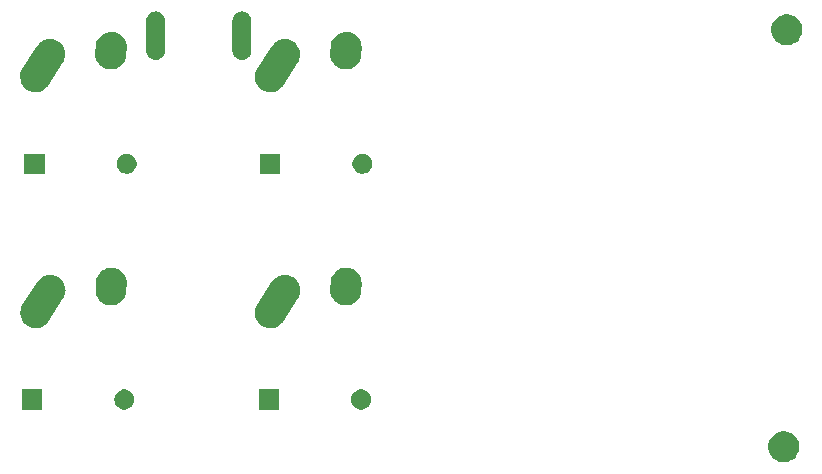
<source format=gts>
G04 #@! TF.GenerationSoftware,KiCad,Pcbnew,(5.1.5)-3*
G04 #@! TF.CreationDate,2020-04-12T12:06:53+02:00*
G04 #@! TF.ProjectId,4Keys,344b6579-732e-46b6-9963-61645f706362,rev?*
G04 #@! TF.SameCoordinates,Original*
G04 #@! TF.FileFunction,Soldermask,Top*
G04 #@! TF.FilePolarity,Negative*
%FSLAX46Y46*%
G04 Gerber Fmt 4.6, Leading zero omitted, Abs format (unit mm)*
G04 Created by KiCad (PCBNEW (5.1.5)-3) date 2020-04-12 12:06:53*
%MOMM*%
%LPD*%
G04 APERTURE LIST*
%ADD10C,0.100000*%
G04 APERTURE END LIST*
D10*
G36*
X171321487Y-82060996D02*
G01*
X171558253Y-82159068D01*
X171558255Y-82159069D01*
X171771339Y-82301447D01*
X171952553Y-82482661D01*
X172094932Y-82695747D01*
X172193004Y-82932513D01*
X172243000Y-83183861D01*
X172243000Y-83440139D01*
X172193004Y-83691487D01*
X172094932Y-83928253D01*
X172094931Y-83928255D01*
X171952553Y-84141339D01*
X171771339Y-84322553D01*
X171558255Y-84464931D01*
X171558254Y-84464932D01*
X171558253Y-84464932D01*
X171321487Y-84563004D01*
X171070139Y-84613000D01*
X170813861Y-84613000D01*
X170562513Y-84563004D01*
X170325747Y-84464932D01*
X170325746Y-84464932D01*
X170325745Y-84464931D01*
X170112661Y-84322553D01*
X169931447Y-84141339D01*
X169789069Y-83928255D01*
X169789068Y-83928253D01*
X169690996Y-83691487D01*
X169641000Y-83440139D01*
X169641000Y-83183861D01*
X169690996Y-82932513D01*
X169789068Y-82695747D01*
X169931447Y-82482661D01*
X170112661Y-82301447D01*
X170325745Y-82159069D01*
X170325747Y-82159068D01*
X170562513Y-82060996D01*
X170813861Y-82011000D01*
X171070139Y-82011000D01*
X171321487Y-82060996D01*
G37*
G36*
X135398228Y-78494203D02*
G01*
X135553100Y-78558353D01*
X135692481Y-78651485D01*
X135811015Y-78770019D01*
X135904147Y-78909400D01*
X135968297Y-79064272D01*
X136001000Y-79228684D01*
X136001000Y-79396316D01*
X135968297Y-79560728D01*
X135904147Y-79715600D01*
X135811015Y-79854981D01*
X135692481Y-79973515D01*
X135553100Y-80066647D01*
X135398228Y-80130797D01*
X135233816Y-80163500D01*
X135066184Y-80163500D01*
X134901772Y-80130797D01*
X134746900Y-80066647D01*
X134607519Y-79973515D01*
X134488985Y-79854981D01*
X134395853Y-79715600D01*
X134331703Y-79560728D01*
X134299000Y-79396316D01*
X134299000Y-79228684D01*
X134331703Y-79064272D01*
X134395853Y-78909400D01*
X134488985Y-78770019D01*
X134607519Y-78651485D01*
X134746900Y-78558353D01*
X134901772Y-78494203D01*
X135066184Y-78461500D01*
X135233816Y-78461500D01*
X135398228Y-78494203D01*
G37*
G36*
X128201000Y-80163500D02*
G01*
X126499000Y-80163500D01*
X126499000Y-78461500D01*
X128201000Y-78461500D01*
X128201000Y-80163500D01*
G37*
G36*
X115354478Y-78494203D02*
G01*
X115509350Y-78558353D01*
X115648731Y-78651485D01*
X115767265Y-78770019D01*
X115860397Y-78909400D01*
X115924547Y-79064272D01*
X115957250Y-79228684D01*
X115957250Y-79396316D01*
X115924547Y-79560728D01*
X115860397Y-79715600D01*
X115767265Y-79854981D01*
X115648731Y-79973515D01*
X115509350Y-80066647D01*
X115354478Y-80130797D01*
X115190066Y-80163500D01*
X115022434Y-80163500D01*
X114858022Y-80130797D01*
X114703150Y-80066647D01*
X114563769Y-79973515D01*
X114445235Y-79854981D01*
X114352103Y-79715600D01*
X114287953Y-79560728D01*
X114255250Y-79396316D01*
X114255250Y-79228684D01*
X114287953Y-79064272D01*
X114352103Y-78909400D01*
X114445235Y-78770019D01*
X114563769Y-78651485D01*
X114703150Y-78558353D01*
X114858022Y-78494203D01*
X115022434Y-78461500D01*
X115190066Y-78461500D01*
X115354478Y-78494203D01*
G37*
G36*
X108157250Y-80163500D02*
G01*
X106455250Y-80163500D01*
X106455250Y-78461500D01*
X108157250Y-78461500D01*
X108157250Y-80163500D01*
G37*
G36*
X128835044Y-68768486D02*
G01*
X128920221Y-68775003D01*
X128960003Y-68786129D01*
X129167025Y-68844027D01*
X129395620Y-68959875D01*
X129597222Y-69118093D01*
X129764084Y-69312603D01*
X129889793Y-69535928D01*
X129968108Y-69775181D01*
X129969518Y-69779489D01*
X129996810Y-70005849D01*
X130000194Y-70033917D01*
X129980645Y-70289445D01*
X129957491Y-70372233D01*
X129911620Y-70536250D01*
X129873309Y-70611846D01*
X129824800Y-70707566D01*
X128547204Y-72712988D01*
X128547202Y-72712990D01*
X128428630Y-72864076D01*
X128234123Y-73030936D01*
X128097505Y-73107837D01*
X128010795Y-73156646D01*
X127773584Y-73234292D01*
X127767234Y-73236371D01*
X127512807Y-73267047D01*
X127512806Y-73267047D01*
X127257279Y-73247498D01*
X127010475Y-73178473D01*
X127010474Y-73178473D01*
X127010472Y-73178472D01*
X126781885Y-73062628D01*
X126781883Y-73062627D01*
X126781880Y-73062625D01*
X126580278Y-72904407D01*
X126580274Y-72904404D01*
X126413417Y-72709900D01*
X126287708Y-72486573D01*
X126287707Y-72486572D01*
X126207983Y-72243014D01*
X126207982Y-72243011D01*
X126177306Y-71988584D01*
X126177306Y-71988583D01*
X126196855Y-71733056D01*
X126265880Y-71486252D01*
X126265880Y-71486251D01*
X126346520Y-71327130D01*
X126352700Y-71314935D01*
X127630295Y-69309512D01*
X127748869Y-69158425D01*
X127892802Y-69034951D01*
X127943380Y-68991562D01*
X128166698Y-68865856D01*
X128166704Y-68865854D01*
X128410261Y-68786130D01*
X128410262Y-68786130D01*
X128410265Y-68786129D01*
X128664691Y-68755453D01*
X128664693Y-68755453D01*
X128835044Y-68768486D01*
G37*
G36*
X108960044Y-68768486D02*
G01*
X109045221Y-68775003D01*
X109085003Y-68786129D01*
X109292025Y-68844027D01*
X109520620Y-68959875D01*
X109722222Y-69118093D01*
X109889084Y-69312603D01*
X110014793Y-69535928D01*
X110093108Y-69775181D01*
X110094518Y-69779489D01*
X110121810Y-70005849D01*
X110125194Y-70033917D01*
X110105645Y-70289445D01*
X110082491Y-70372233D01*
X110036620Y-70536250D01*
X109998309Y-70611846D01*
X109949800Y-70707566D01*
X108672204Y-72712988D01*
X108672202Y-72712990D01*
X108553630Y-72864076D01*
X108359123Y-73030936D01*
X108222505Y-73107837D01*
X108135795Y-73156646D01*
X107898584Y-73234292D01*
X107892234Y-73236371D01*
X107637807Y-73267047D01*
X107637806Y-73267047D01*
X107382279Y-73247498D01*
X107135475Y-73178473D01*
X107135474Y-73178473D01*
X107135472Y-73178472D01*
X106906885Y-73062628D01*
X106906883Y-73062627D01*
X106906880Y-73062625D01*
X106705278Y-72904407D01*
X106705274Y-72904404D01*
X106538417Y-72709900D01*
X106412708Y-72486573D01*
X106412707Y-72486572D01*
X106332983Y-72243014D01*
X106332982Y-72243011D01*
X106302306Y-71988584D01*
X106302306Y-71988583D01*
X106321855Y-71733056D01*
X106390880Y-71486252D01*
X106390880Y-71486251D01*
X106471520Y-71327130D01*
X106477700Y-71314935D01*
X107755295Y-69309512D01*
X107873869Y-69158425D01*
X108017802Y-69034951D01*
X108068380Y-68991562D01*
X108291698Y-68865856D01*
X108291704Y-68865854D01*
X108535261Y-68786130D01*
X108535262Y-68786130D01*
X108535265Y-68786129D01*
X108789691Y-68755453D01*
X108789693Y-68755453D01*
X108960044Y-68768486D01*
G37*
G36*
X134225129Y-68190063D02*
G01*
X134464741Y-68280963D01*
X134682015Y-68416863D01*
X134868602Y-68592538D01*
X134979959Y-68748800D01*
X135017330Y-68801240D01*
X135122485Y-69034947D01*
X135122486Y-69034951D01*
X135180026Y-69284678D01*
X135185808Y-69476644D01*
X135185807Y-69476652D01*
X135137666Y-70182821D01*
X135105885Y-70372233D01*
X135014985Y-70611845D01*
X134879085Y-70829119D01*
X134703410Y-71015706D01*
X134547148Y-71127063D01*
X134494708Y-71164434D01*
X134261001Y-71269589D01*
X134260997Y-71269590D01*
X134011271Y-71327130D01*
X133755116Y-71334844D01*
X133755112Y-71334844D01*
X133502371Y-71292437D01*
X133262759Y-71201537D01*
X133045485Y-71065637D01*
X132992453Y-71015706D01*
X132858898Y-70889962D01*
X132728916Y-70707565D01*
X132710170Y-70681260D01*
X132605015Y-70447553D01*
X132547474Y-70197821D01*
X132547022Y-70182821D01*
X132541692Y-70005858D01*
X132589834Y-69299678D01*
X132613535Y-69158425D01*
X132621615Y-69110267D01*
X132712515Y-68870655D01*
X132848415Y-68653381D01*
X132905700Y-68592538D01*
X133024090Y-68466794D01*
X133180352Y-68355437D01*
X133232792Y-68318066D01*
X133466499Y-68212911D01*
X133466503Y-68212910D01*
X133716229Y-68155370D01*
X133972384Y-68147656D01*
X133972388Y-68147656D01*
X134225129Y-68190063D01*
G37*
G36*
X114350129Y-68190063D02*
G01*
X114589741Y-68280963D01*
X114807015Y-68416863D01*
X114993602Y-68592538D01*
X115104959Y-68748800D01*
X115142330Y-68801240D01*
X115247485Y-69034947D01*
X115247486Y-69034951D01*
X115305026Y-69284678D01*
X115310808Y-69476644D01*
X115310807Y-69476652D01*
X115262666Y-70182821D01*
X115230885Y-70372233D01*
X115139985Y-70611845D01*
X115004085Y-70829119D01*
X114828410Y-71015706D01*
X114672148Y-71127063D01*
X114619708Y-71164434D01*
X114386001Y-71269589D01*
X114385997Y-71269590D01*
X114136271Y-71327130D01*
X113880116Y-71334844D01*
X113880112Y-71334844D01*
X113627371Y-71292437D01*
X113387759Y-71201537D01*
X113170485Y-71065637D01*
X113117453Y-71015706D01*
X112983898Y-70889962D01*
X112853916Y-70707565D01*
X112835170Y-70681260D01*
X112730015Y-70447553D01*
X112672474Y-70197821D01*
X112672022Y-70182821D01*
X112666692Y-70005858D01*
X112714834Y-69299678D01*
X112738535Y-69158425D01*
X112746615Y-69110267D01*
X112837515Y-68870655D01*
X112973415Y-68653381D01*
X113030700Y-68592538D01*
X113149090Y-68466794D01*
X113305352Y-68355437D01*
X113357792Y-68318066D01*
X113591499Y-68212911D01*
X113591503Y-68212910D01*
X113841229Y-68155370D01*
X114097384Y-68147656D01*
X114097388Y-68147656D01*
X114350129Y-68190063D01*
G37*
G36*
X128313500Y-60194750D02*
G01*
X126611500Y-60194750D01*
X126611500Y-58492750D01*
X128313500Y-58492750D01*
X128313500Y-60194750D01*
G37*
G36*
X115541978Y-58525453D02*
G01*
X115696850Y-58589603D01*
X115836231Y-58682735D01*
X115954765Y-58801269D01*
X116047897Y-58940650D01*
X116112047Y-59095522D01*
X116144750Y-59259934D01*
X116144750Y-59427566D01*
X116112047Y-59591978D01*
X116047897Y-59746850D01*
X115954765Y-59886231D01*
X115836231Y-60004765D01*
X115696850Y-60097897D01*
X115541978Y-60162047D01*
X115377566Y-60194750D01*
X115209934Y-60194750D01*
X115045522Y-60162047D01*
X114890650Y-60097897D01*
X114751269Y-60004765D01*
X114632735Y-59886231D01*
X114539603Y-59746850D01*
X114475453Y-59591978D01*
X114442750Y-59427566D01*
X114442750Y-59259934D01*
X114475453Y-59095522D01*
X114539603Y-58940650D01*
X114632735Y-58801269D01*
X114751269Y-58682735D01*
X114890650Y-58589603D01*
X115045522Y-58525453D01*
X115209934Y-58492750D01*
X115377566Y-58492750D01*
X115541978Y-58525453D01*
G37*
G36*
X108344750Y-60194750D02*
G01*
X106642750Y-60194750D01*
X106642750Y-58492750D01*
X108344750Y-58492750D01*
X108344750Y-60194750D01*
G37*
G36*
X135510728Y-58525453D02*
G01*
X135665600Y-58589603D01*
X135804981Y-58682735D01*
X135923515Y-58801269D01*
X136016647Y-58940650D01*
X136080797Y-59095522D01*
X136113500Y-59259934D01*
X136113500Y-59427566D01*
X136080797Y-59591978D01*
X136016647Y-59746850D01*
X135923515Y-59886231D01*
X135804981Y-60004765D01*
X135665600Y-60097897D01*
X135510728Y-60162047D01*
X135346316Y-60194750D01*
X135178684Y-60194750D01*
X135014272Y-60162047D01*
X134859400Y-60097897D01*
X134720019Y-60004765D01*
X134601485Y-59886231D01*
X134508353Y-59746850D01*
X134444203Y-59591978D01*
X134411500Y-59427566D01*
X134411500Y-59259934D01*
X134444203Y-59095522D01*
X134508353Y-58940650D01*
X134601485Y-58801269D01*
X134720019Y-58682735D01*
X134859400Y-58589603D01*
X135014272Y-58525453D01*
X135178684Y-58492750D01*
X135346316Y-58492750D01*
X135510728Y-58525453D01*
G37*
G36*
X108942544Y-48799736D02*
G01*
X109027721Y-48806253D01*
X109067503Y-48817379D01*
X109274525Y-48875277D01*
X109503120Y-48991125D01*
X109503122Y-48991126D01*
X109503123Y-48991127D01*
X109543496Y-49022812D01*
X109704722Y-49149343D01*
X109871584Y-49343853D01*
X109997293Y-49567178D01*
X110072061Y-49795595D01*
X110077018Y-49810739D01*
X110089380Y-49913271D01*
X110107694Y-50065167D01*
X110088145Y-50320695D01*
X110034205Y-50513560D01*
X110019120Y-50567500D01*
X109980809Y-50643096D01*
X109932300Y-50738816D01*
X108654704Y-52744238D01*
X108654702Y-52744240D01*
X108536130Y-52895326D01*
X108341623Y-53062186D01*
X108205005Y-53139087D01*
X108118295Y-53187896D01*
X107881084Y-53265542D01*
X107874734Y-53267621D01*
X107620307Y-53298297D01*
X107620306Y-53298297D01*
X107364779Y-53278748D01*
X107117975Y-53209723D01*
X107117974Y-53209723D01*
X107117972Y-53209722D01*
X106889385Y-53093878D01*
X106889383Y-53093877D01*
X106889380Y-53093875D01*
X106687778Y-52935657D01*
X106687774Y-52935654D01*
X106520917Y-52741150D01*
X106395208Y-52517823D01*
X106395207Y-52517822D01*
X106315483Y-52274264D01*
X106315482Y-52274261D01*
X106284806Y-52019834D01*
X106284806Y-52019833D01*
X106304355Y-51764306D01*
X106373380Y-51517502D01*
X106373380Y-51517501D01*
X106454020Y-51358380D01*
X106460200Y-51346185D01*
X107737795Y-49340762D01*
X107856369Y-49189675D01*
X108000302Y-49066201D01*
X108050880Y-49022812D01*
X108274198Y-48897106D01*
X108274204Y-48897104D01*
X108517761Y-48817380D01*
X108517762Y-48817380D01*
X108517765Y-48817379D01*
X108772191Y-48786703D01*
X108772193Y-48786703D01*
X108942544Y-48799736D01*
G37*
G36*
X128835044Y-48799736D02*
G01*
X128920221Y-48806253D01*
X128960003Y-48817379D01*
X129167025Y-48875277D01*
X129395620Y-48991125D01*
X129395622Y-48991126D01*
X129395623Y-48991127D01*
X129435996Y-49022812D01*
X129597222Y-49149343D01*
X129764084Y-49343853D01*
X129889793Y-49567178D01*
X129964561Y-49795595D01*
X129969518Y-49810739D01*
X129981880Y-49913271D01*
X130000194Y-50065167D01*
X129980645Y-50320695D01*
X129926705Y-50513560D01*
X129911620Y-50567500D01*
X129873309Y-50643096D01*
X129824800Y-50738816D01*
X128547204Y-52744238D01*
X128547202Y-52744240D01*
X128428630Y-52895326D01*
X128234123Y-53062186D01*
X128097505Y-53139087D01*
X128010795Y-53187896D01*
X127773584Y-53265542D01*
X127767234Y-53267621D01*
X127512807Y-53298297D01*
X127512806Y-53298297D01*
X127257279Y-53278748D01*
X127010475Y-53209723D01*
X127010474Y-53209723D01*
X127010472Y-53209722D01*
X126781885Y-53093878D01*
X126781883Y-53093877D01*
X126781880Y-53093875D01*
X126580278Y-52935657D01*
X126580274Y-52935654D01*
X126413417Y-52741150D01*
X126287708Y-52517823D01*
X126287707Y-52517822D01*
X126207983Y-52274264D01*
X126207982Y-52274261D01*
X126177306Y-52019834D01*
X126177306Y-52019833D01*
X126196855Y-51764306D01*
X126265880Y-51517502D01*
X126265880Y-51517501D01*
X126346520Y-51358380D01*
X126352700Y-51346185D01*
X127630295Y-49340762D01*
X127748869Y-49189675D01*
X127892802Y-49066201D01*
X127943380Y-49022812D01*
X128166698Y-48897106D01*
X128166704Y-48897104D01*
X128410261Y-48817380D01*
X128410262Y-48817380D01*
X128410265Y-48817379D01*
X128664691Y-48786703D01*
X128664693Y-48786703D01*
X128835044Y-48799736D01*
G37*
G36*
X114332629Y-48221313D02*
G01*
X114572241Y-48312213D01*
X114689390Y-48385487D01*
X114789515Y-48448113D01*
X114976102Y-48623788D01*
X115087459Y-48780050D01*
X115124830Y-48832490D01*
X115229985Y-49066197D01*
X115229986Y-49066201D01*
X115287526Y-49315928D01*
X115293308Y-49507894D01*
X115293307Y-49507902D01*
X115245166Y-50214071D01*
X115213385Y-50403483D01*
X115122485Y-50643095D01*
X114986585Y-50860369D01*
X114810910Y-51046956D01*
X114654648Y-51158313D01*
X114602208Y-51195684D01*
X114368501Y-51300839D01*
X114368497Y-51300840D01*
X114118771Y-51358380D01*
X113862616Y-51366094D01*
X113862612Y-51366094D01*
X113609871Y-51323687D01*
X113370259Y-51232787D01*
X113152985Y-51096887D01*
X113099953Y-51046956D01*
X112966398Y-50921212D01*
X112836416Y-50738815D01*
X112817670Y-50712510D01*
X112712515Y-50478803D01*
X112712514Y-50478799D01*
X112654974Y-50229072D01*
X112649192Y-50037108D01*
X112697334Y-49330928D01*
X112721035Y-49189675D01*
X112729115Y-49141517D01*
X112820015Y-48901905D01*
X112955915Y-48684631D01*
X113013200Y-48623788D01*
X113131590Y-48498044D01*
X113289536Y-48385487D01*
X113340292Y-48349316D01*
X113573999Y-48244161D01*
X113574003Y-48244160D01*
X113823729Y-48186620D01*
X114079884Y-48178906D01*
X114079888Y-48178906D01*
X114332629Y-48221313D01*
G37*
G36*
X134225129Y-48221313D02*
G01*
X134464741Y-48312213D01*
X134581890Y-48385487D01*
X134682015Y-48448113D01*
X134868602Y-48623788D01*
X134979959Y-48780050D01*
X135017330Y-48832490D01*
X135122485Y-49066197D01*
X135122486Y-49066201D01*
X135180026Y-49315928D01*
X135185808Y-49507894D01*
X135185807Y-49507902D01*
X135137666Y-50214071D01*
X135105885Y-50403483D01*
X135014985Y-50643095D01*
X134879085Y-50860369D01*
X134703410Y-51046956D01*
X134547148Y-51158313D01*
X134494708Y-51195684D01*
X134261001Y-51300839D01*
X134260997Y-51300840D01*
X134011271Y-51358380D01*
X133755116Y-51366094D01*
X133755112Y-51366094D01*
X133502371Y-51323687D01*
X133262759Y-51232787D01*
X133045485Y-51096887D01*
X132992453Y-51046956D01*
X132858898Y-50921212D01*
X132728916Y-50738815D01*
X132710170Y-50712510D01*
X132605015Y-50478803D01*
X132605014Y-50478799D01*
X132547474Y-50229072D01*
X132541692Y-50037108D01*
X132589834Y-49330928D01*
X132613535Y-49189675D01*
X132621615Y-49141517D01*
X132712515Y-48901905D01*
X132848415Y-48684631D01*
X132905700Y-48623788D01*
X133024090Y-48498044D01*
X133182036Y-48385487D01*
X133232792Y-48349316D01*
X133466499Y-48244161D01*
X133466503Y-48244160D01*
X133716229Y-48186620D01*
X133972384Y-48178906D01*
X133972388Y-48178906D01*
X134225129Y-48221313D01*
G37*
G36*
X117913272Y-46466840D02*
G01*
X118013931Y-46497375D01*
X118064262Y-46512642D01*
X118203414Y-46587021D01*
X118325383Y-46687117D01*
X118381090Y-46754997D01*
X118425479Y-46809085D01*
X118499858Y-46948237D01*
X118514179Y-46995447D01*
X118545660Y-47099227D01*
X118545660Y-47099229D01*
X118557250Y-47216904D01*
X118557250Y-49795596D01*
X118553387Y-49834821D01*
X118545660Y-49913273D01*
X118515125Y-50013932D01*
X118499858Y-50064263D01*
X118425479Y-50203415D01*
X118325383Y-50325383D01*
X118203415Y-50425479D01*
X118064263Y-50499858D01*
X118013932Y-50515125D01*
X117913273Y-50545660D01*
X117756250Y-50561125D01*
X117599228Y-50545660D01*
X117498569Y-50515125D01*
X117448238Y-50499858D01*
X117309086Y-50425479D01*
X117187118Y-50325383D01*
X117087022Y-50203415D01*
X117012643Y-50064263D01*
X116997376Y-50013932D01*
X116966841Y-49913273D01*
X116959114Y-49834821D01*
X116955251Y-49795596D01*
X116955250Y-47216905D01*
X116966840Y-47099230D01*
X116966840Y-47099228D01*
X117012642Y-46948239D01*
X117012642Y-46948238D01*
X117087021Y-46809086D01*
X117087022Y-46809085D01*
X117187117Y-46687117D01*
X117309085Y-46587021D01*
X117448237Y-46512642D01*
X117498568Y-46497375D01*
X117599227Y-46466840D01*
X117756250Y-46451375D01*
X117913272Y-46466840D01*
G37*
G36*
X125213272Y-46466840D02*
G01*
X125313931Y-46497375D01*
X125364262Y-46512642D01*
X125503414Y-46587021D01*
X125625383Y-46687117D01*
X125681090Y-46754997D01*
X125725479Y-46809085D01*
X125799858Y-46948237D01*
X125814179Y-46995447D01*
X125845660Y-47099227D01*
X125845660Y-47099229D01*
X125857250Y-47216904D01*
X125857250Y-49795596D01*
X125853387Y-49834821D01*
X125845660Y-49913273D01*
X125815125Y-50013932D01*
X125799858Y-50064263D01*
X125725479Y-50203415D01*
X125625383Y-50325383D01*
X125503415Y-50425479D01*
X125364263Y-50499858D01*
X125313932Y-50515125D01*
X125213273Y-50545660D01*
X125056250Y-50561125D01*
X124899228Y-50545660D01*
X124798569Y-50515125D01*
X124748238Y-50499858D01*
X124609086Y-50425479D01*
X124487118Y-50325383D01*
X124387022Y-50203415D01*
X124312643Y-50064263D01*
X124297376Y-50013932D01*
X124266841Y-49913273D01*
X124259114Y-49834821D01*
X124255251Y-49795596D01*
X124255250Y-47216905D01*
X124266840Y-47099230D01*
X124266840Y-47099228D01*
X124312642Y-46948239D01*
X124312642Y-46948238D01*
X124387021Y-46809086D01*
X124387022Y-46809085D01*
X124487117Y-46687117D01*
X124609085Y-46587021D01*
X124748237Y-46512642D01*
X124798568Y-46497375D01*
X124899227Y-46466840D01*
X125056250Y-46451375D01*
X125213272Y-46466840D01*
G37*
G36*
X171575487Y-46754996D02*
G01*
X171706071Y-46809086D01*
X171812255Y-46853069D01*
X171954687Y-46948239D01*
X172025339Y-46995447D01*
X172206553Y-47176661D01*
X172348932Y-47389747D01*
X172447004Y-47626513D01*
X172497000Y-47877861D01*
X172497000Y-48134139D01*
X172447004Y-48385487D01*
X172348932Y-48622253D01*
X172348931Y-48622255D01*
X172206553Y-48835339D01*
X172025339Y-49016553D01*
X171812255Y-49158931D01*
X171812254Y-49158932D01*
X171812253Y-49158932D01*
X171575487Y-49257004D01*
X171324139Y-49307000D01*
X171067861Y-49307000D01*
X170816513Y-49257004D01*
X170579747Y-49158932D01*
X170579746Y-49158932D01*
X170579745Y-49158931D01*
X170366661Y-49016553D01*
X170185447Y-48835339D01*
X170043069Y-48622255D01*
X170043068Y-48622253D01*
X169944996Y-48385487D01*
X169895000Y-48134139D01*
X169895000Y-47877861D01*
X169944996Y-47626513D01*
X170043068Y-47389747D01*
X170185447Y-47176661D01*
X170366661Y-46995447D01*
X170437313Y-46948239D01*
X170579745Y-46853069D01*
X170685929Y-46809086D01*
X170816513Y-46754996D01*
X171067861Y-46705000D01*
X171324139Y-46705000D01*
X171575487Y-46754996D01*
G37*
M02*

</source>
